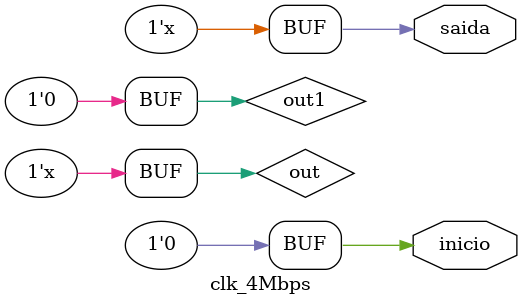
<source format=v>
module clk_4Mbps (saida, inicio);

	    output wire saida;
		 output wire inicio;
	    reg out;
		 reg out1;

    assign saida = out;
	 assign inicio = out1;

initial
begin
    out = 0;
	 out1 = 1;
end
always
begin
   #125 out = ~out;
	out1 = 0;
end
endmodule
</source>
